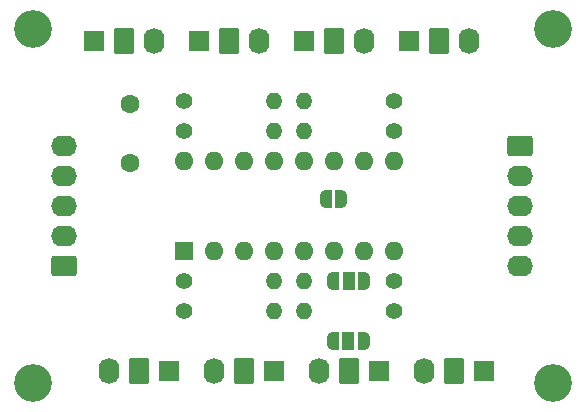
<source format=gbs>
G04 #@! TF.GenerationSoftware,KiCad,Pcbnew,7.0.1*
G04 #@! TF.CreationDate,2023-07-05T13:56:38-05:00*
G04 #@! TF.ProjectId,shift in breakout board,73686966-7420-4696-9e20-627265616b6f,rev?*
G04 #@! TF.SameCoordinates,Original*
G04 #@! TF.FileFunction,Soldermask,Bot*
G04 #@! TF.FilePolarity,Negative*
%FSLAX46Y46*%
G04 Gerber Fmt 4.6, Leading zero omitted, Abs format (unit mm)*
G04 Created by KiCad (PCBNEW 7.0.1) date 2023-07-05 13:56:38*
%MOMM*%
%LPD*%
G01*
G04 APERTURE LIST*
G04 Aperture macros list*
%AMRoundRect*
0 Rectangle with rounded corners*
0 $1 Rounding radius*
0 $2 $3 $4 $5 $6 $7 $8 $9 X,Y pos of 4 corners*
0 Add a 4 corners polygon primitive as box body*
4,1,4,$2,$3,$4,$5,$6,$7,$8,$9,$2,$3,0*
0 Add four circle primitives for the rounded corners*
1,1,$1+$1,$2,$3*
1,1,$1+$1,$4,$5*
1,1,$1+$1,$6,$7*
1,1,$1+$1,$8,$9*
0 Add four rect primitives between the rounded corners*
20,1,$1+$1,$2,$3,$4,$5,0*
20,1,$1+$1,$4,$5,$6,$7,0*
20,1,$1+$1,$6,$7,$8,$9,0*
20,1,$1+$1,$8,$9,$2,$3,0*%
%AMFreePoly0*
4,1,19,0.500000,-0.750000,0.000000,-0.750000,0.000000,-0.744911,-0.071157,-0.744911,-0.207708,-0.704816,-0.327430,-0.627875,-0.420627,-0.520320,-0.479746,-0.390866,-0.500000,-0.250000,-0.500000,0.250000,-0.479746,0.390866,-0.420627,0.520320,-0.327430,0.627875,-0.207708,0.704816,-0.071157,0.744911,0.000000,0.744911,0.000000,0.750000,0.500000,0.750000,0.500000,-0.750000,0.500000,-0.750000,
$1*%
%AMFreePoly1*
4,1,19,0.000000,0.744911,0.071157,0.744911,0.207708,0.704816,0.327430,0.627875,0.420627,0.520320,0.479746,0.390866,0.500000,0.250000,0.500000,-0.250000,0.479746,-0.390866,0.420627,-0.520320,0.327430,-0.627875,0.207708,-0.704816,0.071157,-0.744911,0.000000,-0.744911,0.000000,-0.750000,-0.500000,-0.750000,-0.500000,0.750000,0.000000,0.750000,0.000000,0.744911,0.000000,0.744911,
$1*%
%AMFreePoly2*
4,1,19,0.550000,-0.750000,0.000000,-0.750000,0.000000,-0.744911,-0.071157,-0.744911,-0.207708,-0.704816,-0.327430,-0.627875,-0.420627,-0.520320,-0.479746,-0.390866,-0.500000,-0.250000,-0.500000,0.250000,-0.479746,0.390866,-0.420627,0.520320,-0.327430,0.627875,-0.207708,0.704816,-0.071157,0.744911,0.000000,0.744911,0.000000,0.750000,0.550000,0.750000,0.550000,-0.750000,0.550000,-0.750000,
$1*%
%AMFreePoly3*
4,1,19,0.000000,0.744911,0.071157,0.744911,0.207708,0.704816,0.327430,0.627875,0.420627,0.520320,0.479746,0.390866,0.500000,0.250000,0.500000,-0.250000,0.479746,-0.390866,0.420627,-0.520320,0.327430,-0.627875,0.207708,-0.704816,0.071157,-0.744911,0.000000,-0.744911,0.000000,-0.750000,-0.550000,-0.750000,-0.550000,0.750000,0.000000,0.750000,0.000000,0.744911,0.000000,0.744911,
$1*%
G04 Aperture macros list end*
%ADD10R,1.700000X1.700000*%
%ADD11RoundRect,0.250000X0.620000X0.845000X-0.620000X0.845000X-0.620000X-0.845000X0.620000X-0.845000X0*%
%ADD12O,1.740000X2.190000*%
%ADD13C,1.400000*%
%ADD14O,1.400000X1.400000*%
%ADD15RoundRect,0.250000X-0.620000X-0.845000X0.620000X-0.845000X0.620000X0.845000X-0.620000X0.845000X0*%
%ADD16C,3.200000*%
%ADD17RoundRect,0.250000X-0.845000X0.620000X-0.845000X-0.620000X0.845000X-0.620000X0.845000X0.620000X0*%
%ADD18O,2.190000X1.740000*%
%ADD19RoundRect,0.250000X0.845000X-0.620000X0.845000X0.620000X-0.845000X0.620000X-0.845000X-0.620000X0*%
%ADD20C,1.600000*%
%ADD21R,1.600000X1.600000*%
%ADD22O,1.600000X1.600000*%
%ADD23FreePoly0,180.000000*%
%ADD24FreePoly1,180.000000*%
%ADD25FreePoly2,180.000000*%
%ADD26R,1.000000X1.500000*%
%ADD27FreePoly3,180.000000*%
G04 APERTURE END LIST*
D10*
X195580000Y-86360000D03*
D11*
X166370000Y-86360000D03*
D12*
X163830000Y-86360000D03*
D13*
X170180000Y-63500000D03*
D14*
X177800000Y-63500000D03*
D13*
X170180000Y-78740000D03*
D14*
X177800000Y-78740000D03*
D15*
X182880000Y-58420000D03*
D12*
X185420000Y-58420000D03*
D13*
X170180000Y-81280000D03*
D14*
X177800000Y-81280000D03*
D11*
X193040000Y-86360000D03*
D12*
X190500000Y-86360000D03*
D16*
X157422000Y-57376000D03*
D10*
X168910000Y-86360000D03*
D15*
X165100000Y-58420000D03*
D12*
X167640000Y-58420000D03*
D11*
X175260000Y-86360000D03*
D12*
X172720000Y-86360000D03*
D13*
X187960000Y-81280000D03*
D14*
X180340000Y-81280000D03*
D10*
X171450000Y-58420000D03*
D11*
X184150000Y-86360000D03*
D12*
X181610000Y-86360000D03*
D10*
X177800000Y-86360000D03*
D13*
X170180000Y-66040000D03*
D14*
X177800000Y-66040000D03*
D10*
X186690000Y-86360000D03*
D13*
X187960000Y-63500000D03*
D14*
X180340000Y-63500000D03*
D17*
X198628000Y-67310000D03*
D18*
X198628000Y-69850000D03*
X198628000Y-72390000D03*
X198628000Y-74930000D03*
X198628000Y-77470000D03*
D10*
X189230000Y-58420000D03*
X162560000Y-58420000D03*
D15*
X173990000Y-58420000D03*
D12*
X176530000Y-58420000D03*
D16*
X201422000Y-87376000D03*
D13*
X187960000Y-78740000D03*
D14*
X180340000Y-78740000D03*
D19*
X160020000Y-77470000D03*
D18*
X160020000Y-74930000D03*
X160020000Y-72390000D03*
X160020000Y-69850000D03*
X160020000Y-67310000D03*
D13*
X187960000Y-66040000D03*
D14*
X180340000Y-66040000D03*
D16*
X201422000Y-57376000D03*
D20*
X165608000Y-68754000D03*
X165608000Y-63754000D03*
D10*
X180340000Y-58420000D03*
D15*
X191770000Y-58420000D03*
D12*
X194310000Y-58420000D03*
D21*
X170180000Y-76200000D03*
D22*
X172720000Y-76200000D03*
X175260000Y-76200000D03*
X177800000Y-76200000D03*
X180340000Y-76200000D03*
X182880000Y-76200000D03*
X185420000Y-76200000D03*
X187960000Y-76200000D03*
X187960000Y-68580000D03*
X185420000Y-68580000D03*
X182880000Y-68580000D03*
X180340000Y-68580000D03*
X177800000Y-68580000D03*
X175260000Y-68580000D03*
X172720000Y-68580000D03*
X170180000Y-68580000D03*
D16*
X157422000Y-87376000D03*
D23*
X183545000Y-71755000D03*
D24*
X182245000Y-71755000D03*
D25*
X185420000Y-83820000D03*
D26*
X184120000Y-83820000D03*
D27*
X182820000Y-83820000D03*
D25*
X185450000Y-78740000D03*
D26*
X184150000Y-78740000D03*
D27*
X182850000Y-78740000D03*
M02*

</source>
